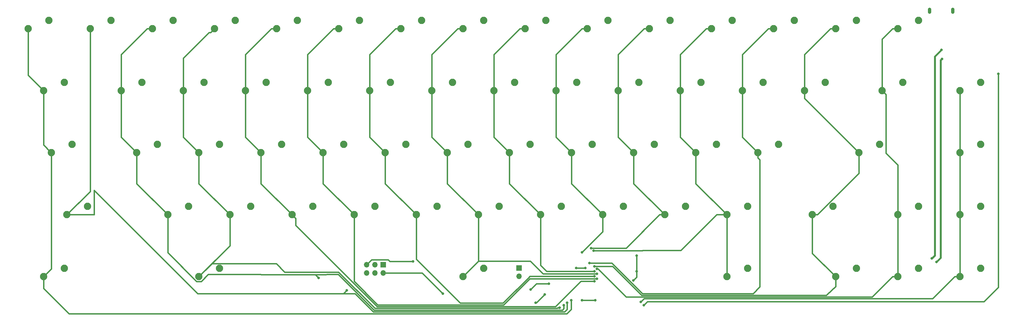
<source format=gbr>
%TF.GenerationSoftware,KiCad,Pcbnew,(5.1.5-0-10_14)*%
%TF.CreationDate,2020-02-27T10:02:42+00:00*%
%TF.ProjectId,pcb,7063622e-6b69-4636-9164-5f7063625858,rev?*%
%TF.SameCoordinates,Original*%
%TF.FileFunction,Copper,L1,Top*%
%TF.FilePolarity,Positive*%
%FSLAX46Y46*%
G04 Gerber Fmt 4.6, Leading zero omitted, Abs format (unit mm)*
G04 Created by KiCad (PCBNEW (5.1.5-0-10_14)) date 2020-02-27 10:02:42*
%MOMM*%
%LPD*%
G04 APERTURE LIST*
%ADD10C,2.250000*%
%ADD11O,1.700000X1.700000*%
%ADD12R,1.700000X1.700000*%
%ADD13O,1.050000X1.900000*%
%ADD14C,0.800000*%
%ADD15C,0.406400*%
%ADD16C,0.457200*%
%ADD17C,0.609600*%
G04 APERTURE END LIST*
D10*
X162083750Y-99695000D03*
X155733750Y-102235000D03*
D11*
X172974000Y-102108000D03*
D12*
X172974000Y-99568000D03*
D11*
X126238000Y-101092000D03*
X126238000Y-98552000D03*
X128778000Y-101092000D03*
X128778000Y-98552000D03*
X131318000Y-101092000D03*
D12*
X131318000Y-98552000D03*
D10*
X204946250Y-80645000D03*
X198596250Y-83185000D03*
D13*
X306003960Y-20477480D03*
X298853960Y-20477480D03*
D10*
X104933750Y-23495000D03*
X98583750Y-26035000D03*
X243046250Y-99695000D03*
X236696250Y-102235000D03*
X314483750Y-99695000D03*
X308133750Y-102235000D03*
X314483750Y-80645000D03*
X308133750Y-83185000D03*
X314483750Y-61595000D03*
X308133750Y-64135000D03*
X314483750Y-42545000D03*
X308133750Y-45085000D03*
X295433750Y-99695000D03*
X289083750Y-102235000D03*
X295433750Y-80645000D03*
X289083750Y-83185000D03*
X290671250Y-42545000D03*
X284321250Y-45085000D03*
X295433750Y-23495000D03*
X289083750Y-26035000D03*
X276383750Y-99695000D03*
X270033750Y-102235000D03*
X269240000Y-80645000D03*
X262890000Y-83185000D03*
X283527500Y-61595000D03*
X277177500Y-64135000D03*
X266858750Y-42545000D03*
X260508750Y-45085000D03*
X276383750Y-23495000D03*
X270033750Y-26035000D03*
X252571250Y-61595000D03*
X246221250Y-64135000D03*
X247808750Y-42545000D03*
X241458750Y-45085000D03*
X257333750Y-23495000D03*
X250983750Y-26035000D03*
X243046250Y-80645000D03*
X236696250Y-83185000D03*
X233521250Y-61595000D03*
X227171250Y-64135000D03*
X228758750Y-42545000D03*
X222408750Y-45085000D03*
X238283750Y-23495000D03*
X231933750Y-26035000D03*
X223996250Y-80645000D03*
X217646250Y-83185000D03*
X214471250Y-61595000D03*
X208121250Y-64135000D03*
X209708750Y-42545000D03*
X203358750Y-45085000D03*
X219233750Y-23495000D03*
X212883750Y-26035000D03*
X195421250Y-61595000D03*
X189071250Y-64135000D03*
X190658750Y-42545000D03*
X184308750Y-45085000D03*
X200183750Y-23495000D03*
X193833750Y-26035000D03*
X185896250Y-80645000D03*
X179546250Y-83185000D03*
X176371250Y-61595000D03*
X170021250Y-64135000D03*
X171608750Y-42545000D03*
X165258750Y-45085000D03*
X181133750Y-23495000D03*
X174783750Y-26035000D03*
X166846250Y-80645000D03*
X160496250Y-83185000D03*
X157321250Y-61595000D03*
X150971250Y-64135000D03*
X152558750Y-42545000D03*
X146208750Y-45085000D03*
X162083750Y-23495000D03*
X155733750Y-26035000D03*
X147796250Y-80645000D03*
X141446250Y-83185000D03*
X138271250Y-61595000D03*
X131921250Y-64135000D03*
X133508750Y-42545000D03*
X127158750Y-45085000D03*
X143033750Y-23495000D03*
X136683750Y-26035000D03*
X128746250Y-80645000D03*
X122396250Y-83185000D03*
X119221250Y-61595000D03*
X112871250Y-64135000D03*
X114458750Y-42545000D03*
X108108750Y-45085000D03*
X123983750Y-23495000D03*
X117633750Y-26035000D03*
X109696250Y-80645000D03*
X103346250Y-83185000D03*
X100171250Y-61595000D03*
X93821250Y-64135000D03*
X95408750Y-42545000D03*
X89058750Y-45085000D03*
X81121250Y-99695000D03*
X74771250Y-102235000D03*
X90646250Y-80645000D03*
X84296250Y-83185000D03*
X81121250Y-61595000D03*
X74771250Y-64135000D03*
X76358750Y-42545000D03*
X70008750Y-45085000D03*
X85883750Y-23495000D03*
X79533750Y-26035000D03*
X71596250Y-80645000D03*
X65246250Y-83185000D03*
X62071250Y-61595000D03*
X55721250Y-64135000D03*
X57308750Y-42545000D03*
X50958750Y-45085000D03*
X66833750Y-23495000D03*
X60483750Y-26035000D03*
X40640000Y-80645000D03*
X34290000Y-83185000D03*
X47783750Y-23495000D03*
X41433750Y-26035000D03*
X33496250Y-99695000D03*
X27146250Y-102235000D03*
X35877500Y-61595000D03*
X29527500Y-64135000D03*
X33496250Y-42545000D03*
X27146250Y-45085000D03*
X28733750Y-23495000D03*
X22383750Y-26035000D03*
D14*
X209042000Y-100584000D03*
X209042000Y-95758000D03*
X208026000Y-103378000D03*
X208026000Y-103378000D03*
X190500000Y-99568000D03*
X193294000Y-99568000D03*
X176530000Y-106172000D03*
X182118000Y-104394000D03*
X192278000Y-109474000D03*
X196342000Y-109474000D03*
X196342000Y-109474000D03*
X178054000Y-110236000D03*
X180848000Y-107696000D03*
X149606000Y-107442000D03*
X211201000Y-110998000D03*
X319913000Y-39878000D03*
X185420000Y-111760000D03*
X196088000Y-103632000D03*
X196850000Y-102870000D03*
X196088000Y-102108000D03*
X196850000Y-101346000D03*
X196088000Y-100584000D03*
X192278000Y-94742000D03*
X195072000Y-93472000D03*
X195834000Y-94234000D03*
X194564000Y-98044000D03*
X196088000Y-99060000D03*
X196850000Y-99822000D03*
X210312000Y-109982000D03*
X302641000Y-35306000D03*
X300990216Y-97751684D03*
X302514000Y-32512000D03*
X299567600Y-96647000D03*
X140462000Y-97509599D03*
X187706000Y-110236000D03*
X120142000Y-106426000D03*
X186690000Y-110998000D03*
X111506000Y-102616000D03*
X188976000Y-109474000D03*
D15*
X209042000Y-100584000D02*
X209042000Y-95758000D01*
X209042000Y-102362000D02*
X208026000Y-103378000D01*
X209042000Y-100584000D02*
X209042000Y-102362000D01*
X190500000Y-99568000D02*
X193294000Y-99568000D01*
X178308000Y-104394000D02*
X182118000Y-104394000D01*
X176530000Y-106172000D02*
X178308000Y-104394000D01*
X192278000Y-109474000D02*
X196342000Y-109474000D01*
X196342000Y-109474000D02*
X196342000Y-109474000D01*
X196342000Y-109474000D02*
X196342000Y-109474000D01*
X178308000Y-110236000D02*
X180848000Y-107696000D01*
X178054000Y-110236000D02*
X178308000Y-110236000D01*
X143256000Y-101092000D02*
X149606000Y-107442000D01*
X131318000Y-101092000D02*
X143256000Y-101092000D01*
D16*
X212318601Y-109880399D02*
X315569601Y-109880399D01*
X211201000Y-110998000D02*
X212318601Y-109880399D01*
X315569601Y-109880399D02*
X318262000Y-107188000D01*
X318262000Y-107188000D02*
X318770000Y-106680000D01*
X319913000Y-105537000D02*
X319913000Y-39878000D01*
X318770000Y-106680000D02*
X319913000Y-105537000D01*
D15*
X77895053Y-27159999D02*
X70008750Y-35046302D01*
X70008750Y-35046302D02*
X70008750Y-43494010D01*
X78408751Y-27159999D02*
X77895053Y-27159999D01*
X70008750Y-43494010D02*
X70008750Y-45085000D01*
X79533750Y-26035000D02*
X78408751Y-27159999D01*
X70008750Y-59372500D02*
X74771250Y-64135000D01*
X70008750Y-45085000D02*
X70008750Y-59372500D01*
X83171251Y-82060001D02*
X84296250Y-83185000D01*
X74771250Y-73660000D02*
X84296250Y-83185000D01*
X74771250Y-64135000D02*
X74771250Y-73660000D01*
X84296250Y-92710000D02*
X74771250Y-102235000D01*
X84296250Y-83185000D02*
X84296250Y-92710000D01*
X185216820Y-111963180D02*
X185420000Y-111760000D01*
X184854315Y-111760000D02*
X185420000Y-111760000D01*
X128727180Y-111963180D02*
X184651135Y-111963180D01*
X117602000Y-100838000D02*
X128727180Y-111963180D01*
X98493799Y-98239799D02*
X101092000Y-100838000D01*
X78766451Y-98239799D02*
X98493799Y-98239799D01*
X184651135Y-111963180D02*
X184854315Y-111760000D01*
X101092000Y-100838000D02*
X117602000Y-100838000D01*
X74771250Y-102235000D02*
X78766451Y-98239799D01*
X93821250Y-73660000D02*
X103346250Y-83185000D01*
X93821250Y-64135000D02*
X93821250Y-73660000D01*
X89058750Y-43494010D02*
X89058750Y-45085000D01*
X89058750Y-33969010D02*
X89058750Y-43494010D01*
X96992760Y-26035000D02*
X89058750Y-33969010D01*
X98583750Y-26035000D02*
X96992760Y-26035000D01*
X89058750Y-59372500D02*
X93821250Y-64135000D01*
X89058750Y-45085000D02*
X89058750Y-59372500D01*
X104471249Y-86479669D02*
X129421350Y-111429770D01*
X104471249Y-84309999D02*
X104471249Y-86479669D01*
X103346250Y-83185000D02*
X104471249Y-84309999D01*
X129421350Y-111429770D02*
X184150000Y-111429770D01*
X184150000Y-111429770D02*
X191947770Y-103632000D01*
X196088000Y-103632000D02*
X191947770Y-103632000D01*
X112871250Y-73660000D02*
X122396250Y-83185000D01*
X112871250Y-64135000D02*
X112871250Y-73660000D01*
X108108750Y-43494010D02*
X108108750Y-45085000D01*
X108108750Y-33969010D02*
X108108750Y-43494010D01*
X116042760Y-26035000D02*
X108108750Y-33969010D01*
X117633750Y-26035000D02*
X116042760Y-26035000D01*
X108108750Y-59372500D02*
X112871250Y-64135000D01*
X108108750Y-45085000D02*
X108108750Y-59372500D01*
X122396250Y-83185000D02*
X122396250Y-103650316D01*
X122396250Y-103650316D02*
X125845035Y-107099101D01*
X196088000Y-102870000D02*
X196850000Y-102870000D01*
X176276000Y-102870000D02*
X196088000Y-102870000D01*
X168249640Y-110896360D02*
X176276000Y-102870000D01*
X129642294Y-110896360D02*
X168249640Y-110896360D01*
X125831967Y-107086033D02*
X129642294Y-110896360D01*
X131921250Y-73660000D02*
X141446250Y-83185000D01*
X131921250Y-64135000D02*
X131921250Y-73660000D01*
X127158750Y-33969010D02*
X127158750Y-43494010D01*
X127158750Y-43494010D02*
X127158750Y-45085000D01*
X135092760Y-26035000D02*
X127158750Y-33969010D01*
X136683750Y-26035000D02*
X135092760Y-26035000D01*
X127158750Y-59372500D02*
X131921250Y-64135000D01*
X127158750Y-45085000D02*
X127158750Y-59372500D01*
X141446250Y-83185000D02*
X141446250Y-96869200D01*
X141446250Y-96869200D02*
X154940000Y-110362950D01*
X154940000Y-110362950D02*
X168028696Y-110362950D01*
X176055055Y-102336590D02*
X176055055Y-102328945D01*
X168028696Y-110362950D02*
X176055055Y-102336590D01*
X176055055Y-102328945D02*
X176276000Y-102108000D01*
X196088000Y-102108000D02*
X176276000Y-102108000D01*
X150971250Y-73660000D02*
X160496250Y-83185000D01*
X150971250Y-64135000D02*
X150971250Y-73660000D01*
X146208750Y-43494010D02*
X146208750Y-45085000D01*
X146208750Y-33969010D02*
X146208750Y-43494010D01*
X154142760Y-26035000D02*
X146208750Y-33969010D01*
X155733750Y-26035000D02*
X154142760Y-26035000D01*
X146208750Y-59372500D02*
X150971250Y-64135000D01*
X146208750Y-45085000D02*
X146208750Y-59372500D01*
X160496250Y-97472500D02*
X155733750Y-102235000D01*
X160496250Y-83185000D02*
X160496250Y-97472500D01*
X180340000Y-101346000D02*
X176466500Y-97472500D01*
X176466500Y-97472500D02*
X160496250Y-97472500D01*
X196088000Y-101346000D02*
X180340000Y-101346000D01*
X196088000Y-101346000D02*
X196850000Y-101346000D01*
X170021250Y-73660000D02*
X179546250Y-83185000D01*
X170021250Y-64135000D02*
X170021250Y-73660000D01*
X174783750Y-26035000D02*
X174270052Y-26035000D01*
X165258750Y-59372500D02*
X170021250Y-64135000D01*
X165258750Y-45085000D02*
X165258750Y-59372500D01*
X165258750Y-33969010D02*
X165258750Y-43494010D01*
X165258750Y-43494010D02*
X165258750Y-45085000D01*
X173192760Y-26035000D02*
X165258750Y-33969010D01*
X174783750Y-26035000D02*
X173192760Y-26035000D01*
X179546250Y-83185000D02*
X179546250Y-98748840D01*
X181381410Y-100584000D02*
X196088000Y-100584000D01*
X179546250Y-98748840D02*
X181381410Y-100584000D01*
X189071250Y-73660000D02*
X198596250Y-83185000D01*
X189071250Y-64135000D02*
X189071250Y-73660000D01*
X184308750Y-43494010D02*
X184308750Y-45085000D01*
X184308750Y-33969010D02*
X184308750Y-43494010D01*
X192242760Y-26035000D02*
X184308750Y-33969010D01*
X193833750Y-26035000D02*
X192242760Y-26035000D01*
X184308750Y-59372500D02*
X189071250Y-64135000D01*
X184308750Y-45085000D02*
X184308750Y-59372500D01*
X198596250Y-88423750D02*
X192278000Y-94742000D01*
X198596250Y-83185000D02*
X198596250Y-88423750D01*
X208121250Y-73660000D02*
X217646250Y-83185000D01*
X208121250Y-64135000D02*
X208121250Y-73660000D01*
X211292760Y-26035000D02*
X203358750Y-33969010D01*
X203358750Y-43494010D02*
X203358750Y-45085000D01*
X203358750Y-33969010D02*
X203358750Y-43494010D01*
X212883750Y-26035000D02*
X211292760Y-26035000D01*
X203358750Y-59372500D02*
X208121250Y-64135000D01*
X203358750Y-45085000D02*
X203358750Y-59372500D01*
X198098920Y-93472000D02*
X195072000Y-93472000D01*
X205768260Y-93472000D02*
X198098920Y-93472000D01*
X216055260Y-83185000D02*
X205768260Y-93472000D01*
X217646250Y-83185000D02*
X216055260Y-83185000D01*
X227171250Y-73660000D02*
X236696250Y-83185000D01*
X227171250Y-64135000D02*
X227171250Y-73660000D01*
X236696250Y-83185000D02*
X236696250Y-102235000D01*
X222408750Y-59372500D02*
X227171250Y-64135000D01*
X222408750Y-45085000D02*
X222408750Y-59372500D01*
X222408750Y-43494010D02*
X222408750Y-45085000D01*
X222408750Y-33969010D02*
X222408750Y-43494010D01*
X230342760Y-26035000D02*
X222408750Y-33969010D01*
X231933750Y-26035000D02*
X230342760Y-26035000D01*
X222595585Y-94195899D02*
X210858101Y-94195899D01*
X233606484Y-83185000D02*
X222595585Y-94195899D01*
X236696250Y-83185000D02*
X233606484Y-83185000D01*
X210820000Y-94234000D02*
X195834000Y-94234000D01*
X210858101Y-94195899D02*
X210820000Y-94234000D01*
X241458750Y-43494010D02*
X241458750Y-45085000D01*
X241458750Y-33969010D02*
X241458750Y-43494010D01*
X249392760Y-26035000D02*
X241458750Y-33969010D01*
X250983750Y-26035000D02*
X249392760Y-26035000D01*
X241458750Y-59372500D02*
X246221250Y-64135000D01*
X241458750Y-45085000D02*
X241458750Y-59372500D01*
X246221250Y-65725990D02*
X246221250Y-64135000D01*
X246791451Y-66296191D02*
X246221250Y-65725990D01*
X244728358Y-107416590D02*
X246791451Y-105353497D01*
X210794590Y-107416590D02*
X244728358Y-107416590D01*
X210477101Y-107099101D02*
X210794590Y-107416590D01*
X210469455Y-107099101D02*
X210477101Y-107099101D01*
X246791451Y-105353497D02*
X246791451Y-66296191D01*
X201414354Y-98044000D02*
X210469455Y-107099101D01*
X194564000Y-98044000D02*
X201414354Y-98044000D01*
X262890000Y-95091250D02*
X270033750Y-102235000D01*
X262890000Y-83185000D02*
X262890000Y-95091250D01*
X260508750Y-43494010D02*
X260508750Y-45085000D01*
X268442760Y-26035000D02*
X260508750Y-33969010D01*
X260508750Y-33969010D02*
X260508750Y-43494010D01*
X270033750Y-26035000D02*
X268442760Y-26035000D01*
X260508750Y-47466250D02*
X277177500Y-64135000D01*
X260508750Y-45085000D02*
X260508750Y-47466250D01*
X264480990Y-83185000D02*
X262890000Y-83185000D01*
X277177500Y-70488490D02*
X264480990Y-83185000D01*
X277177500Y-64135000D02*
X277177500Y-70488490D01*
X270033750Y-105288698D02*
X270033750Y-102235000D01*
X267462000Y-107696000D02*
X270033750Y-105288698D01*
X210566000Y-107950000D02*
X267208000Y-107950000D01*
X201676000Y-99060000D02*
X210566000Y-107950000D01*
X267208000Y-107950000D02*
X267462000Y-107696000D01*
X196088000Y-99060000D02*
X201676000Y-99060000D01*
X289083750Y-84775990D02*
X289083750Y-102235000D01*
X289083750Y-83185000D02*
X289083750Y-84775990D01*
X284321250Y-43494010D02*
X284321250Y-45085000D01*
X284321250Y-29206510D02*
X284321250Y-43494010D01*
X287492760Y-26035000D02*
X284321250Y-29206510D01*
X289083750Y-26035000D02*
X287492760Y-26035000D01*
X289083750Y-81594010D02*
X289083750Y-83185000D01*
X285446249Y-64270051D02*
X289083750Y-67907552D01*
X289083750Y-67907552D02*
X289083750Y-81594010D01*
X285446249Y-46209999D02*
X285446249Y-64270051D01*
X284321250Y-45085000D02*
X285446249Y-46209999D01*
X205830108Y-108483410D02*
X197168698Y-99822000D01*
X281244350Y-108483410D02*
X205830108Y-108483410D01*
X287492760Y-102235000D02*
X281244350Y-108483410D01*
X289083750Y-102235000D02*
X287492760Y-102235000D01*
X308133750Y-83185000D02*
X308133750Y-102235000D01*
X308133750Y-45085000D02*
X308133750Y-83185000D01*
X306542760Y-102235000D02*
X299760940Y-109016820D01*
X308133750Y-102235000D02*
X306542760Y-102235000D01*
X211277180Y-109016820D02*
X211785180Y-109016820D01*
X210312000Y-109982000D02*
X211277180Y-109016820D01*
X299760940Y-109016820D02*
X211785180Y-109016820D01*
D17*
X302260000Y-96481900D02*
X300990216Y-97751684D01*
X302260000Y-35687000D02*
X302260000Y-96481900D01*
X302641000Y-35306000D02*
X302260000Y-35687000D01*
X300482000Y-34544000D02*
X300482000Y-95732600D01*
X302514000Y-32512000D02*
X300482000Y-34544000D01*
X300482000Y-95732600D02*
X299567600Y-96647000D01*
D15*
X126238000Y-98552000D02*
X127762000Y-97028000D01*
X127762000Y-97028000D02*
X132842000Y-97028000D01*
X133323599Y-97509599D02*
X140462000Y-97509599D01*
X132842000Y-97028000D02*
X133323599Y-97509599D01*
X41433750Y-76041250D02*
X34290000Y-83185000D01*
X41433750Y-26035000D02*
X41433750Y-76041250D01*
X187706000Y-112268000D02*
X187706000Y-110236000D01*
X186944000Y-113030000D02*
X187706000Y-112268000D01*
X42650920Y-83185000D02*
X42650920Y-75708368D01*
X128277646Y-113030000D02*
X129286000Y-113030000D01*
X34290000Y-83185000D02*
X42650920Y-83185000D01*
X129286000Y-113030000D02*
X186944000Y-113030000D01*
X122689646Y-107442000D02*
X128277646Y-113030000D01*
X42650920Y-75708368D02*
X74384552Y-107442000D01*
X74384552Y-107442000D02*
X106934000Y-107442000D01*
X119126000Y-107442000D02*
X118872000Y-107442000D01*
X118872000Y-107442000D02*
X122689646Y-107442000D01*
X120142000Y-106426000D02*
X119126000Y-107442000D01*
X106934000Y-107442000D02*
X118872000Y-107442000D01*
X50958750Y-33969010D02*
X50958750Y-43494010D01*
X50958750Y-43494010D02*
X50958750Y-45085000D01*
X58892760Y-26035000D02*
X50958750Y-33969010D01*
X60483750Y-26035000D02*
X58892760Y-26035000D01*
X50958750Y-59372500D02*
X55721250Y-64135000D01*
X50958750Y-45085000D02*
X50958750Y-59372500D01*
X55721250Y-73660000D02*
X65246250Y-83185000D01*
X55721250Y-64135000D02*
X55721250Y-73660000D01*
X117538503Y-101536503D02*
X128498590Y-112496590D01*
X186690000Y-112014000D02*
X186690000Y-110998000D01*
X75469747Y-103690201D02*
X77623445Y-101536503D01*
X74072753Y-103690201D02*
X75469747Y-103690201D01*
X65246250Y-94863698D02*
X74072753Y-103690201D01*
X186207410Y-112496590D02*
X186690000Y-112014000D01*
X128498590Y-112496590D02*
X186207410Y-112496590D01*
X65246250Y-83185000D02*
X65246250Y-94863698D01*
X111506000Y-102616000D02*
X110490000Y-101600000D01*
X110236000Y-101600000D02*
X117538503Y-101536503D01*
X110490000Y-101600000D02*
X110236000Y-101600000D01*
X77623445Y-101536503D02*
X110236000Y-101600000D01*
X22383750Y-40322500D02*
X27146250Y-45085000D01*
X22383750Y-26035000D02*
X22383750Y-40322500D01*
X27146250Y-61753750D02*
X29210000Y-63817500D01*
X27146250Y-45085000D02*
X27146250Y-61753750D01*
X29527500Y-99853750D02*
X27146250Y-102235000D01*
X29527500Y-64135000D02*
X29527500Y-99853750D01*
X34908373Y-113614201D02*
X187629799Y-113614201D01*
X27146250Y-105852078D02*
X34908373Y-113614201D01*
X27146250Y-102235000D02*
X27146250Y-105852078D01*
X187629799Y-113614201D02*
X188976000Y-112268000D01*
X188976000Y-112268000D02*
X188976000Y-109474000D01*
M02*

</source>
